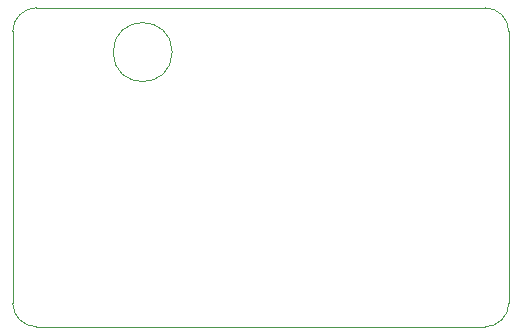
<source format=gbr>
%TF.GenerationSoftware,KiCad,Pcbnew,8.0.6*%
%TF.CreationDate,2024-11-25T01:10:15+00:00*%
%TF.ProjectId,GEOFF board v1,47454f46-4620-4626-9f61-72642076312e,rev?*%
%TF.SameCoordinates,Original*%
%TF.FileFunction,Profile,NP*%
%FSLAX46Y46*%
G04 Gerber Fmt 4.6, Leading zero omitted, Abs format (unit mm)*
G04 Created by KiCad (PCBNEW 8.0.6) date 2024-11-25 01:10:15*
%MOMM*%
%LPD*%
G01*
G04 APERTURE LIST*
%TA.AperFunction,Profile*%
%ADD10C,0.050000*%
%TD*%
G04 APERTURE END LIST*
D10*
X33500000Y-139750000D02*
G75*
G02*
X28500000Y-139750000I-2500000J0D01*
G01*
X28500000Y-139750000D02*
G75*
G02*
X33500000Y-139750000I2500000J0D01*
G01*
X22000000Y-163000000D02*
G75*
G02*
X20000000Y-161000000I0J2000000D01*
G01*
X20000000Y-138000000D02*
G75*
G02*
X22000000Y-136000000I2000000J0D01*
G01*
X62000000Y-161000000D02*
G75*
G02*
X60000000Y-163000000I-2000000J0D01*
G01*
X60000000Y-136000000D02*
G75*
G02*
X62000000Y-138000000I0J-2000000D01*
G01*
X20000000Y-161000000D02*
X20000000Y-138000000D01*
X60000000Y-163000000D02*
X22000000Y-163000000D01*
X22000000Y-136000000D02*
X60000000Y-136000000D01*
X62000000Y-138000000D02*
X62000000Y-161000000D01*
M02*

</source>
